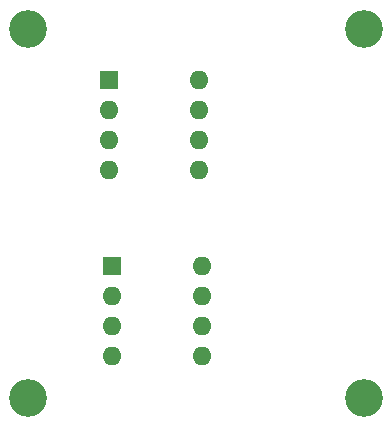
<source format=gbr>
%TF.GenerationSoftware,KiCad,Pcbnew,(6.0.1)*%
%TF.CreationDate,2022-06-16T19:18:00+05:45*%
%TF.ProjectId,Traffic Lights_555 timer,54726166-6669-4632-904c-69676874735f,rev?*%
%TF.SameCoordinates,Original*%
%TF.FileFunction,Soldermask,Bot*%
%TF.FilePolarity,Negative*%
%FSLAX46Y46*%
G04 Gerber Fmt 4.6, Leading zero omitted, Abs format (unit mm)*
G04 Created by KiCad (PCBNEW (6.0.1)) date 2022-06-16 19:18:00*
%MOMM*%
%LPD*%
G01*
G04 APERTURE LIST*
%ADD10C,3.200000*%
%ADD11R,1.600000X1.600000*%
%ADD12O,1.600000X1.600000*%
G04 APERTURE END LIST*
D10*
%TO.C,H4*%
X18796000Y-18796000D03*
%TD*%
%TO.C,H3*%
X47244000Y-18796000D03*
%TD*%
%TO.C,H2*%
X18796000Y-50038000D03*
%TD*%
%TO.C,H1*%
X47244000Y-50038000D03*
%TD*%
D11*
%TO.C,U2*%
X25918000Y-38872000D03*
D12*
X25918000Y-41412000D03*
X25918000Y-43952000D03*
X25918000Y-46492000D03*
X33538000Y-46492000D03*
X33538000Y-43952000D03*
X33538000Y-41412000D03*
X33538000Y-38872000D03*
%TD*%
D11*
%TO.C,U1*%
X25664000Y-23124000D03*
D12*
X25664000Y-25664000D03*
X25664000Y-28204000D03*
X25664000Y-30744000D03*
X33284000Y-30744000D03*
X33284000Y-28204000D03*
X33284000Y-25664000D03*
X33284000Y-23124000D03*
%TD*%
M02*

</source>
